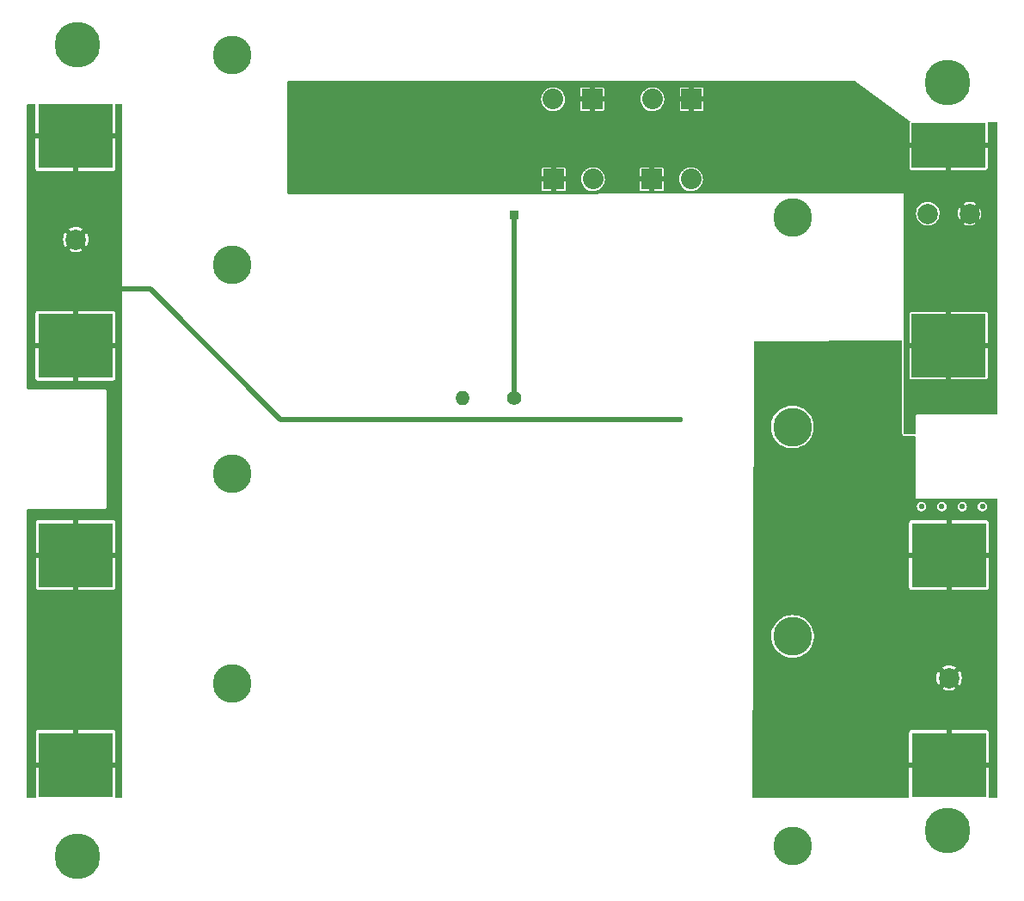
<source format=gbl>
G04 #@! TF.GenerationSoftware,KiCad,Pcbnew,(6.0.5-0)*
G04 #@! TF.CreationDate,2023-03-07T01:11:42-05:00*
G04 #@! TF.ProjectId,batteryboard,62617474-6572-4796-926f-6172642e6b69,rev?*
G04 #@! TF.SameCoordinates,Original*
G04 #@! TF.FileFunction,Copper,L2,Bot*
G04 #@! TF.FilePolarity,Positive*
%FSLAX46Y46*%
G04 Gerber Fmt 4.6, Leading zero omitted, Abs format (unit mm)*
G04 Created by KiCad (PCBNEW (6.0.5-0)) date 2023-03-07 01:11:42*
%MOMM*%
%LPD*%
G01*
G04 APERTURE LIST*
G04 #@! TA.AperFunction,ComponentPad*
%ADD10C,2.000000*%
G04 #@! TD*
G04 #@! TA.AperFunction,ComponentPad*
%ADD11R,2.032000X2.032000*%
G04 #@! TD*
G04 #@! TA.AperFunction,ComponentPad*
%ADD12C,2.032000*%
G04 #@! TD*
G04 #@! TA.AperFunction,ComponentPad*
%ADD13R,0.850000X0.850000*%
G04 #@! TD*
G04 #@! TA.AperFunction,ComponentPad*
%ADD14C,1.400000*%
G04 #@! TD*
G04 #@! TA.AperFunction,ComponentPad*
%ADD15O,1.400000X1.400000*%
G04 #@! TD*
G04 #@! TA.AperFunction,ComponentPad*
%ADD16C,4.500000*%
G04 #@! TD*
G04 #@! TA.AperFunction,WasherPad*
%ADD17C,3.800000*%
G04 #@! TD*
G04 #@! TA.AperFunction,SMDPad,CuDef*
%ADD18R,7.340000X6.350000*%
G04 #@! TD*
G04 #@! TA.AperFunction,SMDPad,CuDef*
%ADD19R,7.340000X4.500000*%
G04 #@! TD*
G04 #@! TA.AperFunction,ViaPad*
%ADD20C,0.584200*%
G04 #@! TD*
G04 #@! TA.AperFunction,Conductor*
%ADD21C,0.508000*%
G04 #@! TD*
G04 APERTURE END LIST*
D10*
X144145000Y-121285000D03*
X58166000Y-78105000D03*
X142062200Y-75565000D03*
X146177000Y-75565000D03*
D11*
X109016800Y-64300000D03*
D12*
X105161200Y-64300000D03*
D11*
X105232200Y-72174000D03*
D12*
X109087800Y-72174000D03*
D11*
X118795800Y-64300000D03*
D12*
X114940200Y-64300000D03*
D11*
X114884200Y-72174000D03*
D12*
X118739800Y-72174000D03*
D13*
X101346000Y-75692000D03*
D14*
X101346000Y-93726000D03*
D15*
X96266000Y-93726000D03*
D16*
X144005300Y-136349900D03*
X58280300Y-58889900D03*
X58280300Y-138889900D03*
X144005300Y-62689900D03*
D17*
X128717400Y-96569800D03*
X73517400Y-80569800D03*
D18*
X58117400Y-88569800D03*
X144117400Y-88569800D03*
D17*
X73542800Y-121844800D03*
X128742800Y-137844800D03*
D18*
X144142800Y-129844800D03*
X58142800Y-129844800D03*
D17*
X128742800Y-117194600D03*
X73542800Y-101194600D03*
D18*
X144142800Y-109194600D03*
X58142800Y-109194600D03*
D17*
X73517400Y-59919600D03*
X128717400Y-75919600D03*
D18*
X58117400Y-67919600D03*
D19*
X144117400Y-68844600D03*
D20*
X143256000Y-129794000D03*
X146558000Y-129794000D03*
X145034000Y-129794000D03*
X141732000Y-129794000D03*
X146558000Y-132080000D03*
X141732000Y-132080000D03*
X143256000Y-132080000D03*
X145034000Y-132080000D03*
X131826000Y-90678000D03*
X132588000Y-90678000D03*
X131064000Y-90678000D03*
X131826000Y-91567000D03*
X131064000Y-91567000D03*
X132588000Y-91567000D03*
X141732000Y-127508000D03*
X131064000Y-89789000D03*
X132588000Y-89789000D03*
X146558000Y-127508000D03*
X143256000Y-127508000D03*
X131826000Y-89789000D03*
X145034000Y-127508000D03*
X54864000Y-119380000D03*
X58420000Y-119380000D03*
X56642000Y-119380000D03*
X60198000Y-119380000D03*
X60198000Y-120904000D03*
X58420000Y-120904000D03*
X54864000Y-120904000D03*
X56642000Y-120904000D03*
X58420000Y-117856000D03*
X117665498Y-95821500D03*
X54864000Y-117856000D03*
X56642000Y-117856000D03*
X60198000Y-117856000D03*
X140843000Y-94742000D03*
X143002000Y-94742000D03*
X145288000Y-94742000D03*
X147447000Y-94742000D03*
X145447000Y-104397000D03*
X141447000Y-104397000D03*
X143447000Y-104397000D03*
X147447000Y-104397000D03*
X143002000Y-93345000D03*
X147447000Y-93345000D03*
X80100000Y-73000000D03*
X140843000Y-93345000D03*
X145288000Y-93345000D03*
X87500000Y-73000000D03*
D21*
X78321500Y-95821500D02*
X65500000Y-83000000D01*
X65500000Y-83000000D02*
X58000000Y-83000000D01*
X117665498Y-95821500D02*
X78321500Y-95821500D01*
X101346000Y-76625000D02*
X101346000Y-93726000D01*
X101346000Y-75692000D02*
X101346000Y-76625000D01*
G04 #@! TA.AperFunction,Conductor*
G36*
X134893784Y-62495399D02*
G01*
X140291396Y-66423833D01*
X140320125Y-66466502D01*
X140314706Y-66517656D01*
X140309670Y-66526414D01*
X140307958Y-66528977D01*
X140302397Y-66542402D01*
X140295721Y-66575963D01*
X140295000Y-66583284D01*
X140295000Y-68577341D01*
X140298697Y-68587498D01*
X140304069Y-68590600D01*
X147926541Y-68590600D01*
X147936698Y-68586903D01*
X147939800Y-68581531D01*
X147939800Y-66623200D01*
X147957393Y-66574862D01*
X148001942Y-66549142D01*
X148015000Y-66548000D01*
X148857200Y-66548000D01*
X148905538Y-66565593D01*
X148931258Y-66610142D01*
X148932400Y-66623200D01*
X148932400Y-95271900D01*
X148914807Y-95320238D01*
X148870258Y-95345958D01*
X148857200Y-95347100D01*
X141030032Y-95347100D01*
X141010569Y-95344538D01*
X141000000Y-95341706D01*
X140990438Y-95344268D01*
X140979869Y-95347100D01*
X140930414Y-95360351D01*
X140930413Y-95360351D01*
X140920853Y-95362913D01*
X140862913Y-95420853D01*
X140841706Y-95500000D01*
X140844268Y-95509561D01*
X140844538Y-95510569D01*
X140847100Y-95530032D01*
X140847100Y-97206800D01*
X140829507Y-97255138D01*
X140784958Y-97280858D01*
X140771900Y-97282000D01*
X139769530Y-97282000D01*
X139721192Y-97264407D01*
X139695472Y-97219858D01*
X139694330Y-97206801D01*
X139694313Y-95530032D01*
X139694273Y-91756116D01*
X140295000Y-91756116D01*
X140295721Y-91763437D01*
X140302397Y-91796998D01*
X140307958Y-91810423D01*
X140333414Y-91848520D01*
X140343680Y-91858786D01*
X140381777Y-91884242D01*
X140395202Y-91889803D01*
X140428763Y-91896479D01*
X140436084Y-91897200D01*
X143850141Y-91897200D01*
X143860298Y-91893503D01*
X143863400Y-91888131D01*
X143863400Y-91883941D01*
X144371400Y-91883941D01*
X144375097Y-91894098D01*
X144380469Y-91897200D01*
X147798716Y-91897200D01*
X147806037Y-91896479D01*
X147839598Y-91889803D01*
X147853023Y-91884242D01*
X147891120Y-91858786D01*
X147901386Y-91848520D01*
X147926842Y-91810423D01*
X147932403Y-91796998D01*
X147939079Y-91763437D01*
X147939800Y-91756116D01*
X147939800Y-88837059D01*
X147936103Y-88826902D01*
X147930731Y-88823800D01*
X144384659Y-88823800D01*
X144374502Y-88827497D01*
X144371400Y-88832869D01*
X144371400Y-91883941D01*
X143863400Y-91883941D01*
X143863400Y-88837059D01*
X143859703Y-88826902D01*
X143854331Y-88823800D01*
X140308259Y-88823800D01*
X140298102Y-88827497D01*
X140295000Y-88832869D01*
X140295000Y-91756116D01*
X139694273Y-91756116D01*
X139694237Y-88302541D01*
X140295000Y-88302541D01*
X140298697Y-88312698D01*
X140304069Y-88315800D01*
X143850141Y-88315800D01*
X143860298Y-88312103D01*
X143863400Y-88306731D01*
X143863400Y-88302541D01*
X144371400Y-88302541D01*
X144375097Y-88312698D01*
X144380469Y-88315800D01*
X147926541Y-88315800D01*
X147936698Y-88312103D01*
X147939800Y-88306731D01*
X147939800Y-85383484D01*
X147939079Y-85376163D01*
X147932403Y-85342602D01*
X147926842Y-85329177D01*
X147901386Y-85291080D01*
X147891120Y-85280814D01*
X147853023Y-85255358D01*
X147839598Y-85249797D01*
X147806037Y-85243121D01*
X147798716Y-85242400D01*
X144384659Y-85242400D01*
X144374502Y-85246097D01*
X144371400Y-85251469D01*
X144371400Y-88302541D01*
X143863400Y-88302541D01*
X143863400Y-85255659D01*
X143859703Y-85245502D01*
X143854331Y-85242400D01*
X140436084Y-85242400D01*
X140428763Y-85243121D01*
X140395202Y-85249797D01*
X140381777Y-85255358D01*
X140343680Y-85280814D01*
X140333414Y-85291080D01*
X140307958Y-85329177D01*
X140302397Y-85342602D01*
X140295721Y-85376163D01*
X140295000Y-85383484D01*
X140295000Y-88302541D01*
X139694237Y-88302541D01*
X139694102Y-75534691D01*
X140904758Y-75534691D01*
X140904983Y-75538125D01*
X140904983Y-75538128D01*
X140906772Y-75565422D01*
X140918616Y-75746126D01*
X140970773Y-75951495D01*
X140972218Y-75954629D01*
X141054014Y-76132057D01*
X141059482Y-76143919D01*
X141181772Y-76316956D01*
X141333548Y-76464810D01*
X141336408Y-76466721D01*
X141506866Y-76580618D01*
X141506871Y-76580621D01*
X141509727Y-76582529D01*
X141512889Y-76583888D01*
X141512890Y-76583888D01*
X141701239Y-76664809D01*
X141701244Y-76664811D01*
X141704408Y-76666170D01*
X141707764Y-76666929D01*
X141707769Y-76666931D01*
X141907712Y-76712174D01*
X141907715Y-76712174D01*
X141911072Y-76712934D01*
X142023156Y-76717337D01*
X142119353Y-76721117D01*
X142119356Y-76721117D01*
X142122797Y-76721252D01*
X142126202Y-76720758D01*
X142126207Y-76720758D01*
X142276827Y-76698919D01*
X142332492Y-76690848D01*
X142409201Y-76664809D01*
X142529873Y-76623847D01*
X142529876Y-76623845D01*
X142533136Y-76622739D01*
X142680527Y-76540195D01*
X145566245Y-76540195D01*
X145567145Y-76543553D01*
X145567254Y-76543659D01*
X145621902Y-76580174D01*
X145627932Y-76583448D01*
X145816197Y-76664333D01*
X145822723Y-76666453D01*
X146022574Y-76711675D01*
X146029384Y-76712571D01*
X146234126Y-76720616D01*
X146240980Y-76720257D01*
X146443760Y-76690855D01*
X146450445Y-76689250D01*
X146644468Y-76623388D01*
X146650736Y-76620597D01*
X146781889Y-76547148D01*
X146788946Y-76538959D01*
X146788970Y-76537076D01*
X146787458Y-76534668D01*
X146186377Y-75933587D01*
X146176578Y-75929018D01*
X146170587Y-75930623D01*
X145570814Y-76530396D01*
X145566245Y-76540195D01*
X142680527Y-76540195D01*
X142682734Y-76538959D01*
X142715002Y-76520888D01*
X142715003Y-76520887D01*
X142718007Y-76519205D01*
X142880916Y-76383716D01*
X143016405Y-76220807D01*
X143119939Y-76035936D01*
X143121117Y-76032468D01*
X143186938Y-75838562D01*
X143188048Y-75835292D01*
X143218452Y-75625597D01*
X143220039Y-75565000D01*
X143219178Y-75555623D01*
X143217572Y-75538141D01*
X145020285Y-75538141D01*
X145033687Y-75742608D01*
X145034761Y-75749388D01*
X145085197Y-75947984D01*
X145087491Y-75954461D01*
X145173274Y-76140538D01*
X145176704Y-76146479D01*
X145193733Y-76170575D01*
X145202615Y-76176736D01*
X145206402Y-76176388D01*
X145808413Y-75574377D01*
X145812588Y-75565422D01*
X146541018Y-75565422D01*
X146542623Y-75571413D01*
X147143292Y-76172082D01*
X147153091Y-76176651D01*
X147154908Y-76176164D01*
X147156815Y-76174056D01*
X147232597Y-76038736D01*
X147235388Y-76032468D01*
X147301250Y-75838445D01*
X147302855Y-75831760D01*
X147332434Y-75627755D01*
X147332809Y-75623359D01*
X147334279Y-75567217D01*
X147334135Y-75562798D01*
X147315272Y-75357525D01*
X147314021Y-75350773D01*
X147258402Y-75153564D01*
X147255943Y-75147157D01*
X147165319Y-74963389D01*
X147161881Y-74957779D01*
X147152907Y-74951895D01*
X147148833Y-74952377D01*
X146545587Y-75555623D01*
X146541018Y-75565422D01*
X145812588Y-75565422D01*
X145812982Y-75564578D01*
X145811377Y-75558587D01*
X145209231Y-74956441D01*
X145199432Y-74951872D01*
X145198133Y-74952220D01*
X145195671Y-74955015D01*
X145109363Y-75119059D01*
X145106740Y-75125391D01*
X145045975Y-75321087D01*
X145044549Y-75327797D01*
X145020465Y-75531285D01*
X145020285Y-75538141D01*
X143217572Y-75538141D01*
X143211760Y-75474900D01*
X143200651Y-75354001D01*
X143143136Y-75150068D01*
X143127750Y-75118867D01*
X143050945Y-74963124D01*
X143049420Y-74960031D01*
X142922642Y-74790254D01*
X142767048Y-74646425D01*
X142741909Y-74630563D01*
X142680476Y-74591802D01*
X145565978Y-74591802D01*
X145566009Y-74594220D01*
X145567068Y-74595858D01*
X146167623Y-75196413D01*
X146177422Y-75200982D01*
X146183413Y-75199377D01*
X146782908Y-74599882D01*
X146787477Y-74590083D01*
X146786714Y-74587235D01*
X146785953Y-74586510D01*
X146705332Y-74535643D01*
X146699218Y-74532528D01*
X146508910Y-74456602D01*
X146502315Y-74454648D01*
X146301358Y-74414676D01*
X146294529Y-74413958D01*
X146089639Y-74411276D01*
X146082801Y-74411814D01*
X145880851Y-74446515D01*
X145874229Y-74448290D01*
X145681988Y-74519212D01*
X145675790Y-74522169D01*
X145572817Y-74583431D01*
X145565978Y-74591802D01*
X142680476Y-74591802D01*
X142587848Y-74533358D01*
X142449967Y-74478349D01*
X142394253Y-74456121D01*
X142394250Y-74456120D01*
X142391044Y-74454841D01*
X142387663Y-74454168D01*
X142387658Y-74454167D01*
X142186610Y-74414177D01*
X142186611Y-74414177D01*
X142183227Y-74413504D01*
X142048139Y-74411735D01*
X141974799Y-74410775D01*
X141974798Y-74410775D01*
X141971357Y-74410730D01*
X141967965Y-74411313D01*
X141967963Y-74411313D01*
X141765921Y-74446030D01*
X141765919Y-74446030D01*
X141762529Y-74446613D01*
X141563737Y-74519952D01*
X141381639Y-74628289D01*
X141379046Y-74630563D01*
X141279326Y-74718015D01*
X141222333Y-74767996D01*
X141091155Y-74934396D01*
X141089552Y-74937444D01*
X141089550Y-74937446D01*
X141076040Y-74963124D01*
X140992496Y-75121914D01*
X140929663Y-75324272D01*
X140904758Y-75534691D01*
X139694102Y-75534691D01*
X139694081Y-73564205D01*
X79147709Y-73614885D01*
X79079015Y-73614942D01*
X79030663Y-73597389D01*
X79004905Y-73552862D01*
X79003752Y-73539740D01*
X79003760Y-73201316D01*
X104063800Y-73201316D01*
X104064521Y-73208637D01*
X104071197Y-73242198D01*
X104076758Y-73255623D01*
X104102214Y-73293720D01*
X104112480Y-73303986D01*
X104150577Y-73329442D01*
X104164002Y-73335003D01*
X104197563Y-73341679D01*
X104204884Y-73342400D01*
X104964941Y-73342400D01*
X104975098Y-73338703D01*
X104978200Y-73333331D01*
X104978200Y-73329141D01*
X105486200Y-73329141D01*
X105489897Y-73339298D01*
X105495269Y-73342400D01*
X106259516Y-73342400D01*
X106266837Y-73341679D01*
X106300398Y-73335003D01*
X106313823Y-73329442D01*
X106351920Y-73303986D01*
X106362186Y-73293720D01*
X106387642Y-73255623D01*
X106393203Y-73242198D01*
X106399879Y-73208637D01*
X106400600Y-73201316D01*
X106400600Y-72441259D01*
X106396903Y-72431102D01*
X106391531Y-72428000D01*
X105499459Y-72428000D01*
X105489302Y-72431697D01*
X105486200Y-72437069D01*
X105486200Y-73329141D01*
X104978200Y-73329141D01*
X104978200Y-72441259D01*
X104974503Y-72431102D01*
X104969131Y-72428000D01*
X104077059Y-72428000D01*
X104066902Y-72431697D01*
X104063800Y-72437069D01*
X104063800Y-73201316D01*
X79003760Y-73201316D01*
X79003784Y-72143271D01*
X107914294Y-72143271D01*
X107928345Y-72357640D01*
X107981226Y-72565859D01*
X108071166Y-72760954D01*
X108073162Y-72763778D01*
X108193163Y-72933577D01*
X108193166Y-72933581D01*
X108195153Y-72936392D01*
X108349036Y-73086298D01*
X108527660Y-73205650D01*
X108612727Y-73242198D01*
X108721876Y-73289093D01*
X108721878Y-73289094D01*
X108725042Y-73290453D01*
X108934574Y-73337865D01*
X109058396Y-73342730D01*
X109145794Y-73346164D01*
X109145797Y-73346164D01*
X109149238Y-73346299D01*
X109152643Y-73345805D01*
X109152648Y-73345805D01*
X109305218Y-73323683D01*
X109361843Y-73315473D01*
X109365113Y-73314363D01*
X109562008Y-73247526D01*
X109562011Y-73247525D01*
X109565271Y-73246418D01*
X109645807Y-73201316D01*
X113715800Y-73201316D01*
X113716521Y-73208637D01*
X113723197Y-73242198D01*
X113728758Y-73255623D01*
X113754214Y-73293720D01*
X113764480Y-73303986D01*
X113802577Y-73329442D01*
X113816002Y-73335003D01*
X113849563Y-73341679D01*
X113856884Y-73342400D01*
X114616941Y-73342400D01*
X114627098Y-73338703D01*
X114630200Y-73333331D01*
X114630200Y-73329141D01*
X115138200Y-73329141D01*
X115141897Y-73339298D01*
X115147269Y-73342400D01*
X115911516Y-73342400D01*
X115918837Y-73341679D01*
X115952398Y-73335003D01*
X115965823Y-73329442D01*
X116003920Y-73303986D01*
X116014186Y-73293720D01*
X116039642Y-73255623D01*
X116045203Y-73242198D01*
X116051879Y-73208637D01*
X116052600Y-73201316D01*
X116052600Y-72441259D01*
X116048903Y-72431102D01*
X116043531Y-72428000D01*
X115151459Y-72428000D01*
X115141302Y-72431697D01*
X115138200Y-72437069D01*
X115138200Y-73329141D01*
X114630200Y-73329141D01*
X114630200Y-72441259D01*
X114626503Y-72431102D01*
X114621131Y-72428000D01*
X113729059Y-72428000D01*
X113718902Y-72431697D01*
X113715800Y-72437069D01*
X113715800Y-73201316D01*
X109645807Y-73201316D01*
X109752709Y-73141448D01*
X109917878Y-73004078D01*
X110055248Y-72838909D01*
X110160218Y-72651471D01*
X110190415Y-72562516D01*
X110228163Y-72451313D01*
X110229273Y-72448043D01*
X110260099Y-72235438D01*
X110261708Y-72174000D01*
X110258885Y-72143271D01*
X117566294Y-72143271D01*
X117580345Y-72357640D01*
X117633226Y-72565859D01*
X117723166Y-72760954D01*
X117725162Y-72763778D01*
X117845163Y-72933577D01*
X117845166Y-72933581D01*
X117847153Y-72936392D01*
X118001036Y-73086298D01*
X118179660Y-73205650D01*
X118264727Y-73242198D01*
X118373876Y-73289093D01*
X118373878Y-73289094D01*
X118377042Y-73290453D01*
X118586574Y-73337865D01*
X118710396Y-73342730D01*
X118797794Y-73346164D01*
X118797797Y-73346164D01*
X118801238Y-73346299D01*
X118804643Y-73345805D01*
X118804648Y-73345805D01*
X118957218Y-73323683D01*
X119013843Y-73315473D01*
X119017113Y-73314363D01*
X119214008Y-73247526D01*
X119214011Y-73247525D01*
X119217271Y-73246418D01*
X119404709Y-73141448D01*
X119569878Y-73004078D01*
X119707248Y-72838909D01*
X119812218Y-72651471D01*
X119842415Y-72562516D01*
X119880163Y-72451313D01*
X119881273Y-72448043D01*
X119912099Y-72235438D01*
X119913708Y-72174000D01*
X119910885Y-72143271D01*
X119894366Y-71963505D01*
X119894051Y-71960072D01*
X119835738Y-71753309D01*
X119740721Y-71560635D01*
X119612184Y-71388502D01*
X119454430Y-71242676D01*
X119425287Y-71224288D01*
X119275654Y-71129876D01*
X119275648Y-71129873D01*
X119272743Y-71128040D01*
X119217288Y-71105916D01*
X140295000Y-71105916D01*
X140295721Y-71113237D01*
X140302397Y-71146798D01*
X140307958Y-71160223D01*
X140333414Y-71198320D01*
X140343680Y-71208586D01*
X140381777Y-71234042D01*
X140395202Y-71239603D01*
X140428763Y-71246279D01*
X140436084Y-71247000D01*
X143850141Y-71247000D01*
X143860298Y-71243303D01*
X143863400Y-71237931D01*
X143863400Y-71233741D01*
X144371400Y-71233741D01*
X144375097Y-71243898D01*
X144380469Y-71247000D01*
X147798716Y-71247000D01*
X147806037Y-71246279D01*
X147839598Y-71239603D01*
X147853023Y-71234042D01*
X147891120Y-71208586D01*
X147901386Y-71198320D01*
X147926842Y-71160223D01*
X147932403Y-71146798D01*
X147939079Y-71113237D01*
X147939800Y-71105916D01*
X147939800Y-69111859D01*
X147936103Y-69101702D01*
X147930731Y-69098600D01*
X144384659Y-69098600D01*
X144374502Y-69102297D01*
X144371400Y-69107669D01*
X144371400Y-71233741D01*
X143863400Y-71233741D01*
X143863400Y-69111859D01*
X143859703Y-69101702D01*
X143854331Y-69098600D01*
X140308259Y-69098600D01*
X140298102Y-69102297D01*
X140295000Y-69107669D01*
X140295000Y-71105916D01*
X119217288Y-71105916D01*
X119073208Y-71048434D01*
X118862507Y-71006523D01*
X118732542Y-71004822D01*
X118651139Y-71003756D01*
X118651138Y-71003756D01*
X118647696Y-71003711D01*
X118644305Y-71004294D01*
X118644301Y-71004294D01*
X118439362Y-71039509D01*
X118439360Y-71039509D01*
X118435970Y-71040092D01*
X118234420Y-71114448D01*
X118049794Y-71224288D01*
X118047205Y-71226559D01*
X118047203Y-71226560D01*
X118024718Y-71246279D01*
X117888277Y-71365935D01*
X117886143Y-71368641D01*
X117886141Y-71368644D01*
X117868308Y-71391266D01*
X117755278Y-71534644D01*
X117655250Y-71724765D01*
X117654230Y-71728050D01*
X117594629Y-71920000D01*
X117591545Y-71929931D01*
X117591140Y-71933351D01*
X117591140Y-71933352D01*
X117587571Y-71963505D01*
X117566294Y-72143271D01*
X110258885Y-72143271D01*
X110242366Y-71963505D01*
X110242051Y-71960072D01*
X110227010Y-71906741D01*
X113715800Y-71906741D01*
X113719497Y-71916898D01*
X113724869Y-71920000D01*
X114616941Y-71920000D01*
X114627098Y-71916303D01*
X114630200Y-71910931D01*
X114630200Y-71906741D01*
X115138200Y-71906741D01*
X115141897Y-71916898D01*
X115147269Y-71920000D01*
X116039341Y-71920000D01*
X116049498Y-71916303D01*
X116052600Y-71910931D01*
X116052600Y-71146684D01*
X116051879Y-71139363D01*
X116045203Y-71105802D01*
X116039642Y-71092377D01*
X116014186Y-71054280D01*
X116003920Y-71044014D01*
X115965823Y-71018558D01*
X115952398Y-71012997D01*
X115918837Y-71006321D01*
X115911516Y-71005600D01*
X115151459Y-71005600D01*
X115141302Y-71009297D01*
X115138200Y-71014669D01*
X115138200Y-71906741D01*
X114630200Y-71906741D01*
X114630200Y-71018859D01*
X114626503Y-71008702D01*
X114621131Y-71005600D01*
X113856884Y-71005600D01*
X113849563Y-71006321D01*
X113816002Y-71012997D01*
X113802577Y-71018558D01*
X113764480Y-71044014D01*
X113754214Y-71054280D01*
X113728758Y-71092377D01*
X113723197Y-71105802D01*
X113716521Y-71139363D01*
X113715800Y-71146684D01*
X113715800Y-71906741D01*
X110227010Y-71906741D01*
X110183738Y-71753309D01*
X110088721Y-71560635D01*
X109960184Y-71388502D01*
X109802430Y-71242676D01*
X109773287Y-71224288D01*
X109623654Y-71129876D01*
X109623648Y-71129873D01*
X109620743Y-71128040D01*
X109421208Y-71048434D01*
X109210507Y-71006523D01*
X109080542Y-71004822D01*
X108999139Y-71003756D01*
X108999138Y-71003756D01*
X108995696Y-71003711D01*
X108992305Y-71004294D01*
X108992301Y-71004294D01*
X108787362Y-71039509D01*
X108787360Y-71039509D01*
X108783970Y-71040092D01*
X108582420Y-71114448D01*
X108397794Y-71224288D01*
X108395205Y-71226559D01*
X108395203Y-71226560D01*
X108372718Y-71246279D01*
X108236277Y-71365935D01*
X108234143Y-71368641D01*
X108234141Y-71368644D01*
X108216308Y-71391266D01*
X108103278Y-71534644D01*
X108003250Y-71724765D01*
X108002230Y-71728050D01*
X107942629Y-71920000D01*
X107939545Y-71929931D01*
X107939140Y-71933351D01*
X107939140Y-71933352D01*
X107935571Y-71963505D01*
X107914294Y-72143271D01*
X79003784Y-72143271D01*
X79003789Y-71906741D01*
X104063800Y-71906741D01*
X104067497Y-71916898D01*
X104072869Y-71920000D01*
X104964941Y-71920000D01*
X104975098Y-71916303D01*
X104978200Y-71910931D01*
X104978200Y-71906741D01*
X105486200Y-71906741D01*
X105489897Y-71916898D01*
X105495269Y-71920000D01*
X106387341Y-71920000D01*
X106397498Y-71916303D01*
X106400600Y-71910931D01*
X106400600Y-71146684D01*
X106399879Y-71139363D01*
X106393203Y-71105802D01*
X106387642Y-71092377D01*
X106362186Y-71054280D01*
X106351920Y-71044014D01*
X106313823Y-71018558D01*
X106300398Y-71012997D01*
X106266837Y-71006321D01*
X106259516Y-71005600D01*
X105499459Y-71005600D01*
X105489302Y-71009297D01*
X105486200Y-71014669D01*
X105486200Y-71906741D01*
X104978200Y-71906741D01*
X104978200Y-71018859D01*
X104974503Y-71008702D01*
X104969131Y-71005600D01*
X104204884Y-71005600D01*
X104197563Y-71006321D01*
X104164002Y-71012997D01*
X104150577Y-71018558D01*
X104112480Y-71044014D01*
X104102214Y-71054280D01*
X104076758Y-71092377D01*
X104071197Y-71105802D01*
X104064521Y-71139363D01*
X104063800Y-71146684D01*
X104063800Y-71906741D01*
X79003789Y-71906741D01*
X79003909Y-66517656D01*
X79003960Y-64269271D01*
X103987694Y-64269271D01*
X104001745Y-64483640D01*
X104054626Y-64691859D01*
X104144566Y-64886954D01*
X104146562Y-64889778D01*
X104266563Y-65059577D01*
X104266566Y-65059581D01*
X104268553Y-65062392D01*
X104422436Y-65212298D01*
X104601060Y-65331650D01*
X104686127Y-65368198D01*
X104795276Y-65415093D01*
X104795278Y-65415094D01*
X104798442Y-65416453D01*
X105007974Y-65463865D01*
X105131796Y-65468730D01*
X105219194Y-65472164D01*
X105219197Y-65472164D01*
X105222638Y-65472299D01*
X105226043Y-65471805D01*
X105226048Y-65471805D01*
X105378618Y-65449683D01*
X105435243Y-65441473D01*
X105438513Y-65440363D01*
X105635408Y-65373526D01*
X105635411Y-65373525D01*
X105638671Y-65372418D01*
X105719207Y-65327316D01*
X107848400Y-65327316D01*
X107849121Y-65334637D01*
X107855797Y-65368198D01*
X107861358Y-65381623D01*
X107886814Y-65419720D01*
X107897080Y-65429986D01*
X107935177Y-65455442D01*
X107948602Y-65461003D01*
X107982163Y-65467679D01*
X107989484Y-65468400D01*
X108749541Y-65468400D01*
X108759698Y-65464703D01*
X108762800Y-65459331D01*
X108762800Y-65455141D01*
X109270800Y-65455141D01*
X109274497Y-65465298D01*
X109279869Y-65468400D01*
X110044116Y-65468400D01*
X110051437Y-65467679D01*
X110084998Y-65461003D01*
X110098423Y-65455442D01*
X110136520Y-65429986D01*
X110146786Y-65419720D01*
X110172242Y-65381623D01*
X110177803Y-65368198D01*
X110184479Y-65334637D01*
X110185200Y-65327316D01*
X110185200Y-64567259D01*
X110181503Y-64557102D01*
X110176131Y-64554000D01*
X109284059Y-64554000D01*
X109273902Y-64557697D01*
X109270800Y-64563069D01*
X109270800Y-65455141D01*
X108762800Y-65455141D01*
X108762800Y-64567259D01*
X108759103Y-64557102D01*
X108753731Y-64554000D01*
X107861659Y-64554000D01*
X107851502Y-64557697D01*
X107848400Y-64563069D01*
X107848400Y-65327316D01*
X105719207Y-65327316D01*
X105826109Y-65267448D01*
X105991278Y-65130078D01*
X106128648Y-64964909D01*
X106233618Y-64777471D01*
X106252195Y-64722747D01*
X106301563Y-64577313D01*
X106302673Y-64574043D01*
X106333499Y-64361438D01*
X106334112Y-64338051D01*
X106335050Y-64302217D01*
X106335050Y-64302216D01*
X106335108Y-64300000D01*
X106332285Y-64269271D01*
X113766694Y-64269271D01*
X113780745Y-64483640D01*
X113833626Y-64691859D01*
X113923566Y-64886954D01*
X113925562Y-64889778D01*
X114045563Y-65059577D01*
X114045566Y-65059581D01*
X114047553Y-65062392D01*
X114201436Y-65212298D01*
X114380060Y-65331650D01*
X114465127Y-65368198D01*
X114574276Y-65415093D01*
X114574278Y-65415094D01*
X114577442Y-65416453D01*
X114786974Y-65463865D01*
X114910796Y-65468730D01*
X114998194Y-65472164D01*
X114998197Y-65472164D01*
X115001638Y-65472299D01*
X115005043Y-65471805D01*
X115005048Y-65471805D01*
X115157618Y-65449683D01*
X115214243Y-65441473D01*
X115217513Y-65440363D01*
X115414408Y-65373526D01*
X115414411Y-65373525D01*
X115417671Y-65372418D01*
X115498207Y-65327316D01*
X117627400Y-65327316D01*
X117628121Y-65334637D01*
X117634797Y-65368198D01*
X117640358Y-65381623D01*
X117665814Y-65419720D01*
X117676080Y-65429986D01*
X117714177Y-65455442D01*
X117727602Y-65461003D01*
X117761163Y-65467679D01*
X117768484Y-65468400D01*
X118528541Y-65468400D01*
X118538698Y-65464703D01*
X118541800Y-65459331D01*
X118541800Y-65455141D01*
X119049800Y-65455141D01*
X119053497Y-65465298D01*
X119058869Y-65468400D01*
X119823116Y-65468400D01*
X119830437Y-65467679D01*
X119863998Y-65461003D01*
X119877423Y-65455442D01*
X119915520Y-65429986D01*
X119925786Y-65419720D01*
X119951242Y-65381623D01*
X119956803Y-65368198D01*
X119963479Y-65334637D01*
X119964200Y-65327316D01*
X119964200Y-64567259D01*
X119960503Y-64557102D01*
X119955131Y-64554000D01*
X119063059Y-64554000D01*
X119052902Y-64557697D01*
X119049800Y-64563069D01*
X119049800Y-65455141D01*
X118541800Y-65455141D01*
X118541800Y-64567259D01*
X118538103Y-64557102D01*
X118532731Y-64554000D01*
X117640659Y-64554000D01*
X117630502Y-64557697D01*
X117627400Y-64563069D01*
X117627400Y-65327316D01*
X115498207Y-65327316D01*
X115605109Y-65267448D01*
X115770278Y-65130078D01*
X115907648Y-64964909D01*
X116012618Y-64777471D01*
X116031195Y-64722747D01*
X116080563Y-64577313D01*
X116081673Y-64574043D01*
X116112499Y-64361438D01*
X116113112Y-64338051D01*
X116114050Y-64302217D01*
X116114050Y-64302216D01*
X116114108Y-64300000D01*
X116111285Y-64269271D01*
X116105711Y-64208610D01*
X116094451Y-64086072D01*
X116079410Y-64032741D01*
X117627400Y-64032741D01*
X117631097Y-64042898D01*
X117636469Y-64046000D01*
X118528541Y-64046000D01*
X118538698Y-64042303D01*
X118541800Y-64036931D01*
X118541800Y-64032741D01*
X119049800Y-64032741D01*
X119053497Y-64042898D01*
X119058869Y-64046000D01*
X119950941Y-64046000D01*
X119961098Y-64042303D01*
X119964200Y-64036931D01*
X119964200Y-63272684D01*
X119963479Y-63265363D01*
X119956803Y-63231802D01*
X119951242Y-63218377D01*
X119925786Y-63180280D01*
X119915520Y-63170014D01*
X119877423Y-63144558D01*
X119863998Y-63138997D01*
X119830437Y-63132321D01*
X119823116Y-63131600D01*
X119063059Y-63131600D01*
X119052902Y-63135297D01*
X119049800Y-63140669D01*
X119049800Y-64032741D01*
X118541800Y-64032741D01*
X118541800Y-63144859D01*
X118538103Y-63134702D01*
X118532731Y-63131600D01*
X117768484Y-63131600D01*
X117761163Y-63132321D01*
X117727602Y-63138997D01*
X117714177Y-63144558D01*
X117676080Y-63170014D01*
X117665814Y-63180280D01*
X117640358Y-63218377D01*
X117634797Y-63231802D01*
X117628121Y-63265363D01*
X117627400Y-63272684D01*
X117627400Y-64032741D01*
X116079410Y-64032741D01*
X116036138Y-63879309D01*
X115941121Y-63686635D01*
X115812584Y-63514502D01*
X115654830Y-63368676D01*
X115625687Y-63350288D01*
X115476054Y-63255876D01*
X115476048Y-63255873D01*
X115473143Y-63254040D01*
X115273608Y-63174434D01*
X115062907Y-63132523D01*
X114932942Y-63130822D01*
X114851539Y-63129756D01*
X114851538Y-63129756D01*
X114848096Y-63129711D01*
X114844705Y-63130294D01*
X114844701Y-63130294D01*
X114639762Y-63165509D01*
X114639760Y-63165509D01*
X114636370Y-63166092D01*
X114434820Y-63240448D01*
X114250194Y-63350288D01*
X114247605Y-63352559D01*
X114247603Y-63352560D01*
X114091272Y-63489659D01*
X114088677Y-63491935D01*
X114086543Y-63494641D01*
X114086541Y-63494644D01*
X114068708Y-63517266D01*
X113955678Y-63660644D01*
X113855650Y-63850765D01*
X113854630Y-63854050D01*
X113795029Y-64046000D01*
X113791945Y-64055931D01*
X113791540Y-64059351D01*
X113791540Y-64059352D01*
X113787971Y-64089505D01*
X113766694Y-64269271D01*
X106332285Y-64269271D01*
X106326711Y-64208610D01*
X106315451Y-64086072D01*
X106300410Y-64032741D01*
X107848400Y-64032741D01*
X107852097Y-64042898D01*
X107857469Y-64046000D01*
X108749541Y-64046000D01*
X108759698Y-64042303D01*
X108762800Y-64036931D01*
X108762800Y-64032741D01*
X109270800Y-64032741D01*
X109274497Y-64042898D01*
X109279869Y-64046000D01*
X110171941Y-64046000D01*
X110182098Y-64042303D01*
X110185200Y-64036931D01*
X110185200Y-63272684D01*
X110184479Y-63265363D01*
X110177803Y-63231802D01*
X110172242Y-63218377D01*
X110146786Y-63180280D01*
X110136520Y-63170014D01*
X110098423Y-63144558D01*
X110084998Y-63138997D01*
X110051437Y-63132321D01*
X110044116Y-63131600D01*
X109284059Y-63131600D01*
X109273902Y-63135297D01*
X109270800Y-63140669D01*
X109270800Y-64032741D01*
X108762800Y-64032741D01*
X108762800Y-63144859D01*
X108759103Y-63134702D01*
X108753731Y-63131600D01*
X107989484Y-63131600D01*
X107982163Y-63132321D01*
X107948602Y-63138997D01*
X107935177Y-63144558D01*
X107897080Y-63170014D01*
X107886814Y-63180280D01*
X107861358Y-63218377D01*
X107855797Y-63231802D01*
X107849121Y-63265363D01*
X107848400Y-63272684D01*
X107848400Y-64032741D01*
X106300410Y-64032741D01*
X106257138Y-63879309D01*
X106162121Y-63686635D01*
X106033584Y-63514502D01*
X105875830Y-63368676D01*
X105846687Y-63350288D01*
X105697054Y-63255876D01*
X105697048Y-63255873D01*
X105694143Y-63254040D01*
X105494608Y-63174434D01*
X105283907Y-63132523D01*
X105153942Y-63130822D01*
X105072539Y-63129756D01*
X105072538Y-63129756D01*
X105069096Y-63129711D01*
X105065705Y-63130294D01*
X105065701Y-63130294D01*
X104860762Y-63165509D01*
X104860760Y-63165509D01*
X104857370Y-63166092D01*
X104655820Y-63240448D01*
X104471194Y-63350288D01*
X104468605Y-63352559D01*
X104468603Y-63352560D01*
X104312272Y-63489659D01*
X104309677Y-63491935D01*
X104307543Y-63494641D01*
X104307541Y-63494644D01*
X104289708Y-63517266D01*
X104176678Y-63660644D01*
X104076650Y-63850765D01*
X104075630Y-63854050D01*
X104016029Y-64046000D01*
X104012945Y-64055931D01*
X104012540Y-64059351D01*
X104012540Y-64059352D01*
X104008971Y-64089505D01*
X103987694Y-64269271D01*
X79003960Y-64269271D01*
X79003998Y-62556197D01*
X79021593Y-62507861D01*
X79066141Y-62482142D01*
X79079198Y-62481000D01*
X134849532Y-62481000D01*
X134893784Y-62495399D01*
G37*
G04 #@! TD.AperFunction*
G04 #@! TA.AperFunction,Conductor*
G36*
X139509169Y-88079062D02*
G01*
X139535123Y-88123474D01*
X139536335Y-88136921D01*
X139536336Y-88212487D01*
X139536337Y-88302543D01*
X139536373Y-91756118D01*
X139536413Y-95530034D01*
X139536430Y-97206803D01*
X139537031Y-97220559D01*
X139538173Y-97233616D01*
X139558726Y-97298807D01*
X139584446Y-97343356D01*
X139600235Y-97365904D01*
X139667189Y-97412785D01*
X139671817Y-97414469D01*
X139671820Y-97414471D01*
X139693151Y-97422234D01*
X139715527Y-97430378D01*
X139718758Y-97430948D01*
X139718759Y-97430948D01*
X139766300Y-97439331D01*
X139766306Y-97439332D01*
X139769530Y-97439900D01*
X140771900Y-97439900D01*
X140820238Y-97457493D01*
X140845958Y-97502042D01*
X140847100Y-97515100D01*
X140847100Y-103469968D01*
X140844538Y-103489430D01*
X140841706Y-103500000D01*
X140847100Y-103520131D01*
X140862913Y-103579147D01*
X140920853Y-103637087D01*
X140930413Y-103639649D01*
X140930414Y-103639649D01*
X140990438Y-103655732D01*
X141000000Y-103658294D01*
X141010570Y-103655462D01*
X141030032Y-103652900D01*
X148857200Y-103652900D01*
X148905538Y-103670493D01*
X148931258Y-103715042D01*
X148932400Y-103728100D01*
X148932400Y-133020800D01*
X148914807Y-133069138D01*
X148870258Y-133094858D01*
X148857200Y-133096000D01*
X148142000Y-133096000D01*
X148093662Y-133078407D01*
X148067942Y-133033858D01*
X148066800Y-133020800D01*
X148066800Y-130112059D01*
X148063103Y-130101902D01*
X148057731Y-130098800D01*
X140232060Y-130098800D01*
X140221903Y-130102497D01*
X140218801Y-130107869D01*
X140218801Y-133020800D01*
X140201208Y-133069138D01*
X140156659Y-133094858D01*
X140143601Y-133096000D01*
X124853019Y-133096000D01*
X124804681Y-133078407D01*
X124778961Y-133033858D01*
X124777820Y-133020481D01*
X124792409Y-129577541D01*
X140218800Y-129577541D01*
X140222497Y-129587698D01*
X140227869Y-129590800D01*
X143875541Y-129590800D01*
X143885698Y-129587103D01*
X143888800Y-129581731D01*
X143888800Y-129577541D01*
X144396800Y-129577541D01*
X144400497Y-129587698D01*
X144405869Y-129590800D01*
X148053540Y-129590800D01*
X148063697Y-129587103D01*
X148066799Y-129581731D01*
X148066799Y-126648481D01*
X148066077Y-126641156D01*
X148053508Y-126577960D01*
X148047948Y-126564536D01*
X148000036Y-126492830D01*
X147989770Y-126482564D01*
X147918062Y-126434651D01*
X147904643Y-126429092D01*
X147841442Y-126416521D01*
X147834121Y-126415800D01*
X144410059Y-126415800D01*
X144399902Y-126419497D01*
X144396800Y-126424869D01*
X144396800Y-129577541D01*
X143888800Y-129577541D01*
X143888800Y-126429060D01*
X143885103Y-126418903D01*
X143879731Y-126415801D01*
X140451481Y-126415801D01*
X140444156Y-126416523D01*
X140380960Y-126429092D01*
X140367536Y-126434652D01*
X140295830Y-126482564D01*
X140285564Y-126492830D01*
X140237651Y-126564538D01*
X140232092Y-126577957D01*
X140219521Y-126641158D01*
X140218800Y-126648479D01*
X140218800Y-129577541D01*
X124792409Y-129577541D01*
X124805176Y-126564536D01*
X124823103Y-122333749D01*
X143460691Y-122333749D01*
X143461662Y-122337373D01*
X143512918Y-122373263D01*
X143518580Y-122376531D01*
X143711489Y-122466487D01*
X143717640Y-122468726D01*
X143923242Y-122523816D01*
X143929684Y-122524952D01*
X144141731Y-122543504D01*
X144148269Y-122543504D01*
X144360316Y-122524952D01*
X144366758Y-122523816D01*
X144572360Y-122468726D01*
X144578511Y-122466487D01*
X144771420Y-122376531D01*
X144777082Y-122373263D01*
X144823255Y-122340932D01*
X144829455Y-122332078D01*
X144829128Y-122328338D01*
X144154377Y-121653587D01*
X144144578Y-121649018D01*
X144138587Y-121650623D01*
X143465260Y-122323950D01*
X143460691Y-122333749D01*
X124823103Y-122333749D01*
X124827533Y-121288269D01*
X142886496Y-121288269D01*
X142905048Y-121500316D01*
X142906184Y-121506758D01*
X142961274Y-121712360D01*
X142963513Y-121718511D01*
X143053469Y-121911420D01*
X143056737Y-121917082D01*
X143089068Y-121963255D01*
X143097922Y-121969455D01*
X143101662Y-121969128D01*
X143776413Y-121294377D01*
X143780588Y-121285422D01*
X144509018Y-121285422D01*
X144510623Y-121291413D01*
X145183950Y-121964740D01*
X145193749Y-121969309D01*
X145197373Y-121968338D01*
X145233263Y-121917082D01*
X145236531Y-121911420D01*
X145326487Y-121718511D01*
X145328726Y-121712360D01*
X145383816Y-121506758D01*
X145384952Y-121500316D01*
X145403504Y-121288269D01*
X145403504Y-121281731D01*
X145384952Y-121069684D01*
X145383816Y-121063242D01*
X145328726Y-120857640D01*
X145326487Y-120851489D01*
X145236531Y-120658580D01*
X145233263Y-120652918D01*
X145200932Y-120606745D01*
X145192078Y-120600545D01*
X145188338Y-120600872D01*
X144513587Y-121275623D01*
X144509018Y-121285422D01*
X143780588Y-121285422D01*
X143780982Y-121284578D01*
X143779377Y-121278587D01*
X143106050Y-120605260D01*
X143096251Y-120600691D01*
X143092627Y-120601662D01*
X143056737Y-120652918D01*
X143053469Y-120658580D01*
X142963513Y-120851489D01*
X142961274Y-120857640D01*
X142906184Y-121063242D01*
X142905048Y-121069684D01*
X142886496Y-121281731D01*
X142886496Y-121288269D01*
X124827533Y-121288269D01*
X124831984Y-120237922D01*
X143460545Y-120237922D01*
X143460872Y-120241662D01*
X144135623Y-120916413D01*
X144145422Y-120920982D01*
X144151413Y-120919377D01*
X144824740Y-120246050D01*
X144829309Y-120236251D01*
X144828338Y-120232627D01*
X144777082Y-120196737D01*
X144771420Y-120193469D01*
X144578511Y-120103513D01*
X144572360Y-120101274D01*
X144366758Y-120046184D01*
X144360316Y-120045048D01*
X144148269Y-120026496D01*
X144141731Y-120026496D01*
X143929684Y-120045048D01*
X143923242Y-120046184D01*
X143717640Y-120101274D01*
X143711489Y-120103513D01*
X143518580Y-120193469D01*
X143512918Y-120196737D01*
X143466745Y-120229068D01*
X143460545Y-120237922D01*
X124831984Y-120237922D01*
X124844319Y-117326800D01*
X126641547Y-117326800D01*
X126678929Y-117610749D01*
X126679601Y-117613207D01*
X126679602Y-117613210D01*
X126685507Y-117634793D01*
X126754502Y-117886998D01*
X126866868Y-118150435D01*
X127013946Y-118396185D01*
X127193015Y-118619700D01*
X127400762Y-118816845D01*
X127633343Y-118983971D01*
X127740361Y-119040634D01*
X127884182Y-119116784D01*
X127884187Y-119116786D01*
X127886453Y-119117986D01*
X128155410Y-119216410D01*
X128362862Y-119261642D01*
X128432731Y-119276876D01*
X128432734Y-119276876D01*
X128435236Y-119277422D01*
X128559944Y-119287237D01*
X128658375Y-119294984D01*
X128658383Y-119294984D01*
X128659853Y-119295100D01*
X128814792Y-119295100D01*
X129028537Y-119280528D01*
X129031042Y-119280009D01*
X129031044Y-119280009D01*
X129129865Y-119259544D01*
X129308986Y-119222450D01*
X129324503Y-119216955D01*
X129576547Y-119127702D01*
X129576550Y-119127701D01*
X129578958Y-119126848D01*
X129833458Y-118995491D01*
X129851977Y-118982476D01*
X130065674Y-118832286D01*
X130067776Y-118830809D01*
X130277576Y-118635851D01*
X130289354Y-118621462D01*
X130457358Y-118416201D01*
X130458977Y-118414223D01*
X130608620Y-118170027D01*
X130616259Y-118152625D01*
X130722709Y-117910127D01*
X130722711Y-117910122D01*
X130723738Y-117907782D01*
X130802200Y-117632339D01*
X130842554Y-117348796D01*
X130844053Y-117062400D01*
X130806671Y-116778451D01*
X130805998Y-116775990D01*
X130731774Y-116504672D01*
X130731773Y-116504668D01*
X130731098Y-116502202D01*
X130618732Y-116238765D01*
X130471654Y-115993015D01*
X130292585Y-115769500D01*
X130084838Y-115572355D01*
X129852257Y-115405229D01*
X129745239Y-115348566D01*
X129601418Y-115272416D01*
X129601413Y-115272414D01*
X129599147Y-115271214D01*
X129330190Y-115172790D01*
X129122738Y-115127558D01*
X129052869Y-115112324D01*
X129052866Y-115112324D01*
X129050364Y-115111778D01*
X128925656Y-115101963D01*
X128827225Y-115094216D01*
X128827217Y-115094216D01*
X128825747Y-115094100D01*
X128670808Y-115094100D01*
X128457063Y-115108672D01*
X128454558Y-115109191D01*
X128454556Y-115109191D01*
X128355735Y-115129656D01*
X128176614Y-115166750D01*
X128174208Y-115167602D01*
X127909053Y-115261498D01*
X127909050Y-115261499D01*
X127906642Y-115262352D01*
X127652142Y-115393709D01*
X127650045Y-115395183D01*
X127650043Y-115395184D01*
X127558881Y-115459254D01*
X127417824Y-115558391D01*
X127208024Y-115753349D01*
X127206402Y-115755331D01*
X127206398Y-115755335D01*
X127193168Y-115771499D01*
X127026623Y-115974977D01*
X126876980Y-116219173D01*
X126875955Y-116221509D01*
X126875953Y-116221512D01*
X126868380Y-116238765D01*
X126761862Y-116481418D01*
X126683400Y-116756861D01*
X126643046Y-117040404D01*
X126641547Y-117326800D01*
X124844319Y-117326800D01*
X124865234Y-112390919D01*
X140218801Y-112390919D01*
X140219523Y-112398244D01*
X140232092Y-112461440D01*
X140237652Y-112474864D01*
X140285564Y-112546570D01*
X140295830Y-112556836D01*
X140367538Y-112604749D01*
X140380957Y-112610308D01*
X140444158Y-112622879D01*
X140451479Y-112623600D01*
X143875541Y-112623600D01*
X143885698Y-112619903D01*
X143888800Y-112614531D01*
X143888800Y-112610340D01*
X144396800Y-112610340D01*
X144400497Y-112620497D01*
X144405869Y-112623599D01*
X147834119Y-112623599D01*
X147841444Y-112622877D01*
X147904640Y-112610308D01*
X147918064Y-112604748D01*
X147989770Y-112556836D01*
X148000036Y-112546570D01*
X148047949Y-112474862D01*
X148053508Y-112461443D01*
X148066079Y-112398242D01*
X148066800Y-112390921D01*
X148066800Y-109461859D01*
X148063103Y-109451702D01*
X148057731Y-109448600D01*
X144410059Y-109448600D01*
X144399902Y-109452297D01*
X144396800Y-109457669D01*
X144396800Y-112610340D01*
X143888800Y-112610340D01*
X143888800Y-109461859D01*
X143885103Y-109451702D01*
X143879731Y-109448600D01*
X140232060Y-109448600D01*
X140221903Y-109452297D01*
X140218801Y-109457669D01*
X140218801Y-112390919D01*
X124865234Y-112390919D01*
X124879910Y-108927341D01*
X140218800Y-108927341D01*
X140222497Y-108937498D01*
X140227869Y-108940600D01*
X143875541Y-108940600D01*
X143885698Y-108936903D01*
X143888800Y-108931531D01*
X143888800Y-108927341D01*
X144396800Y-108927341D01*
X144400497Y-108937498D01*
X144405869Y-108940600D01*
X148053540Y-108940600D01*
X148063697Y-108936903D01*
X148066799Y-108931531D01*
X148066799Y-105998281D01*
X148066077Y-105990956D01*
X148053508Y-105927760D01*
X148047948Y-105914336D01*
X148000036Y-105842630D01*
X147989770Y-105832364D01*
X147918062Y-105784451D01*
X147904643Y-105778892D01*
X147841442Y-105766321D01*
X147834121Y-105765600D01*
X144410059Y-105765600D01*
X144399902Y-105769297D01*
X144396800Y-105774669D01*
X144396800Y-108927341D01*
X143888800Y-108927341D01*
X143888800Y-105778860D01*
X143885103Y-105768703D01*
X143879731Y-105765601D01*
X140451481Y-105765601D01*
X140444156Y-105766323D01*
X140380960Y-105778892D01*
X140367536Y-105784452D01*
X140295830Y-105832364D01*
X140285564Y-105842630D01*
X140237651Y-105914338D01*
X140232092Y-105927757D01*
X140219521Y-105990958D01*
X140218800Y-105998279D01*
X140218800Y-108927341D01*
X124879910Y-108927341D01*
X124899130Y-104391310D01*
X140981294Y-104391310D01*
X140998416Y-104522247D01*
X141051599Y-104643115D01*
X141055044Y-104647213D01*
X141055045Y-104647215D01*
X141066978Y-104661411D01*
X141136569Y-104744199D01*
X141141028Y-104747167D01*
X141141029Y-104747168D01*
X141242032Y-104814402D01*
X141242035Y-104814403D01*
X141246493Y-104817371D01*
X141372537Y-104856750D01*
X141440463Y-104857995D01*
X141499204Y-104859072D01*
X141499206Y-104859072D01*
X141504566Y-104859170D01*
X141509737Y-104857760D01*
X141509739Y-104857760D01*
X141577543Y-104839274D01*
X141631968Y-104824436D01*
X141680680Y-104794527D01*
X141739931Y-104758147D01*
X141739934Y-104758145D01*
X141744500Y-104755341D01*
X141833117Y-104657439D01*
X141890694Y-104538601D01*
X141912602Y-104408379D01*
X141912741Y-104397000D01*
X141911926Y-104391310D01*
X142981294Y-104391310D01*
X142998416Y-104522247D01*
X143051599Y-104643115D01*
X143055044Y-104647213D01*
X143055045Y-104647215D01*
X143066978Y-104661411D01*
X143136569Y-104744199D01*
X143141028Y-104747167D01*
X143141029Y-104747168D01*
X143242032Y-104814402D01*
X143242035Y-104814403D01*
X143246493Y-104817371D01*
X143372537Y-104856750D01*
X143440463Y-104857995D01*
X143499204Y-104859072D01*
X143499206Y-104859072D01*
X143504566Y-104859170D01*
X143509737Y-104857760D01*
X143509739Y-104857760D01*
X143577543Y-104839274D01*
X143631968Y-104824436D01*
X143680680Y-104794527D01*
X143739931Y-104758147D01*
X143739934Y-104758145D01*
X143744500Y-104755341D01*
X143833117Y-104657439D01*
X143890694Y-104538601D01*
X143912602Y-104408379D01*
X143912741Y-104397000D01*
X143911926Y-104391310D01*
X144981294Y-104391310D01*
X144998416Y-104522247D01*
X145051599Y-104643115D01*
X145055044Y-104647213D01*
X145055045Y-104647215D01*
X145066978Y-104661411D01*
X145136569Y-104744199D01*
X145141028Y-104747167D01*
X145141029Y-104747168D01*
X145242032Y-104814402D01*
X145242035Y-104814403D01*
X145246493Y-104817371D01*
X145372537Y-104856750D01*
X145440463Y-104857995D01*
X145499204Y-104859072D01*
X145499206Y-104859072D01*
X145504566Y-104859170D01*
X145509737Y-104857760D01*
X145509739Y-104857760D01*
X145577543Y-104839274D01*
X145631968Y-104824436D01*
X145680680Y-104794527D01*
X145739931Y-104758147D01*
X145739934Y-104758145D01*
X145744500Y-104755341D01*
X145833117Y-104657439D01*
X145890694Y-104538601D01*
X145912602Y-104408379D01*
X145912741Y-104397000D01*
X145911926Y-104391310D01*
X146981294Y-104391310D01*
X146998416Y-104522247D01*
X147051599Y-104643115D01*
X147055044Y-104647213D01*
X147055045Y-104647215D01*
X147066978Y-104661411D01*
X147136569Y-104744199D01*
X147141028Y-104747167D01*
X147141029Y-104747168D01*
X147242032Y-104814402D01*
X147242035Y-104814403D01*
X147246493Y-104817371D01*
X147372537Y-104856750D01*
X147440463Y-104857995D01*
X147499204Y-104859072D01*
X147499206Y-104859072D01*
X147504566Y-104859170D01*
X147509737Y-104857760D01*
X147509739Y-104857760D01*
X147577543Y-104839274D01*
X147631968Y-104824436D01*
X147680680Y-104794527D01*
X147739931Y-104758147D01*
X147739934Y-104758145D01*
X147744500Y-104755341D01*
X147833117Y-104657439D01*
X147890694Y-104538601D01*
X147912602Y-104408379D01*
X147912741Y-104397000D01*
X147894021Y-104266282D01*
X147839365Y-104146072D01*
X147835252Y-104141298D01*
X147756661Y-104050090D01*
X147753167Y-104046035D01*
X147748676Y-104043124D01*
X147646849Y-103977123D01*
X147646848Y-103977122D01*
X147642356Y-103974211D01*
X147598559Y-103961113D01*
X147520975Y-103937910D01*
X147520972Y-103937910D01*
X147515841Y-103936375D01*
X147510486Y-103936342D01*
X147510484Y-103936342D01*
X147451201Y-103935980D01*
X147383792Y-103935568D01*
X147256824Y-103971856D01*
X147252294Y-103974714D01*
X147252292Y-103974715D01*
X147248476Y-103977123D01*
X147145144Y-104042320D01*
X147057730Y-104141298D01*
X147001610Y-104260831D01*
X146981294Y-104391310D01*
X145911926Y-104391310D01*
X145894021Y-104266282D01*
X145839365Y-104146072D01*
X145835252Y-104141298D01*
X145756661Y-104050090D01*
X145753167Y-104046035D01*
X145748676Y-104043124D01*
X145646849Y-103977123D01*
X145646848Y-103977122D01*
X145642356Y-103974211D01*
X145598559Y-103961113D01*
X145520975Y-103937910D01*
X145520972Y-103937910D01*
X145515841Y-103936375D01*
X145510486Y-103936342D01*
X145510484Y-103936342D01*
X145451201Y-103935980D01*
X145383792Y-103935568D01*
X145256824Y-103971856D01*
X145252294Y-103974714D01*
X145252292Y-103974715D01*
X145248476Y-103977123D01*
X145145144Y-104042320D01*
X145057730Y-104141298D01*
X145001610Y-104260831D01*
X144981294Y-104391310D01*
X143911926Y-104391310D01*
X143894021Y-104266282D01*
X143839365Y-104146072D01*
X143835252Y-104141298D01*
X143756661Y-104050090D01*
X143753167Y-104046035D01*
X143748676Y-104043124D01*
X143646849Y-103977123D01*
X143646848Y-103977122D01*
X143642356Y-103974211D01*
X143598559Y-103961113D01*
X143520975Y-103937910D01*
X143520972Y-103937910D01*
X143515841Y-103936375D01*
X143510486Y-103936342D01*
X143510484Y-103936342D01*
X143451201Y-103935980D01*
X143383792Y-103935568D01*
X143256824Y-103971856D01*
X143252294Y-103974714D01*
X143252292Y-103974715D01*
X143248476Y-103977123D01*
X143145144Y-104042320D01*
X143057730Y-104141298D01*
X143001610Y-104260831D01*
X142981294Y-104391310D01*
X141911926Y-104391310D01*
X141894021Y-104266282D01*
X141839365Y-104146072D01*
X141835252Y-104141298D01*
X141756661Y-104050090D01*
X141753167Y-104046035D01*
X141748676Y-104043124D01*
X141646849Y-103977123D01*
X141646848Y-103977122D01*
X141642356Y-103974211D01*
X141598559Y-103961113D01*
X141520975Y-103937910D01*
X141520972Y-103937910D01*
X141515841Y-103936375D01*
X141510486Y-103936342D01*
X141510484Y-103936342D01*
X141451201Y-103935980D01*
X141383792Y-103935568D01*
X141256824Y-103971856D01*
X141252294Y-103974714D01*
X141252292Y-103974715D01*
X141248476Y-103977123D01*
X141145144Y-104042320D01*
X141057730Y-104141298D01*
X141001610Y-104260831D01*
X140981294Y-104391310D01*
X124899130Y-104391310D01*
X124931712Y-96702000D01*
X126616147Y-96702000D01*
X126653529Y-96985949D01*
X126654201Y-96988407D01*
X126654202Y-96988410D01*
X126717930Y-97221359D01*
X126729102Y-97262198D01*
X126786415Y-97396565D01*
X126831405Y-97502042D01*
X126841468Y-97525635D01*
X126988546Y-97771385D01*
X127167615Y-97994900D01*
X127375362Y-98192045D01*
X127607943Y-98359171D01*
X127714961Y-98415834D01*
X127858782Y-98491984D01*
X127858787Y-98491986D01*
X127861053Y-98493186D01*
X128130010Y-98591610D01*
X128337462Y-98636842D01*
X128407331Y-98652076D01*
X128407334Y-98652076D01*
X128409836Y-98652622D01*
X128534544Y-98662437D01*
X128632975Y-98670184D01*
X128632983Y-98670184D01*
X128634453Y-98670300D01*
X128789392Y-98670300D01*
X129003137Y-98655728D01*
X129005642Y-98655209D01*
X129005644Y-98655209D01*
X129104465Y-98634744D01*
X129283586Y-98597650D01*
X129299103Y-98592155D01*
X129551147Y-98502902D01*
X129551150Y-98502901D01*
X129553558Y-98502048D01*
X129808058Y-98370691D01*
X129826577Y-98357676D01*
X130040274Y-98207486D01*
X130042376Y-98206009D01*
X130252176Y-98011051D01*
X130263954Y-97996662D01*
X130431958Y-97791401D01*
X130433577Y-97789423D01*
X130583220Y-97545227D01*
X130590859Y-97527825D01*
X130697309Y-97285327D01*
X130697311Y-97285322D01*
X130698338Y-97282982D01*
X130776800Y-97007539D01*
X130817154Y-96723996D01*
X130818653Y-96437600D01*
X130781271Y-96153651D01*
X130780598Y-96151190D01*
X130706374Y-95879872D01*
X130706373Y-95879868D01*
X130705698Y-95877402D01*
X130612240Y-95658294D01*
X130594333Y-95616311D01*
X130594331Y-95616307D01*
X130593332Y-95613965D01*
X130446254Y-95368215D01*
X130267185Y-95144700D01*
X130059438Y-94947555D01*
X129826857Y-94780429D01*
X129719839Y-94723766D01*
X129576018Y-94647616D01*
X129576013Y-94647614D01*
X129573747Y-94646414D01*
X129304790Y-94547990D01*
X129097338Y-94502758D01*
X129027469Y-94487524D01*
X129027466Y-94487524D01*
X129024964Y-94486978D01*
X128900256Y-94477163D01*
X128801825Y-94469416D01*
X128801817Y-94469416D01*
X128800347Y-94469300D01*
X128645408Y-94469300D01*
X128431663Y-94483872D01*
X128429158Y-94484391D01*
X128429156Y-94484391D01*
X128330335Y-94504856D01*
X128151214Y-94541950D01*
X128148808Y-94542802D01*
X127883653Y-94636698D01*
X127883650Y-94636699D01*
X127881242Y-94637552D01*
X127626742Y-94768909D01*
X127624645Y-94770383D01*
X127624643Y-94770384D01*
X127533481Y-94834454D01*
X127392424Y-94933591D01*
X127182624Y-95128549D01*
X127181002Y-95130531D01*
X127180998Y-95130535D01*
X127167768Y-95146699D01*
X127001223Y-95350177D01*
X126851580Y-95594373D01*
X126850555Y-95596709D01*
X126850553Y-95596712D01*
X126823521Y-95658294D01*
X126736462Y-95856618D01*
X126658000Y-96132061D01*
X126617646Y-96415604D01*
X126616147Y-96702000D01*
X124931712Y-96702000D01*
X124967684Y-88212487D01*
X124985482Y-88164226D01*
X125030139Y-88138695D01*
X125042487Y-88137608D01*
X139460739Y-88061723D01*
X139509169Y-88079062D01*
G37*
G04 #@! TD.AperFunction*
G04 #@! TA.AperFunction,Conductor*
G36*
X54166538Y-64787593D02*
G01*
X54192258Y-64832142D01*
X54193400Y-64845200D01*
X54193400Y-67652341D01*
X54197097Y-67662498D01*
X54202469Y-67665600D01*
X62028140Y-67665600D01*
X62038297Y-67661903D01*
X62041399Y-67656531D01*
X62041399Y-64845200D01*
X62058992Y-64796862D01*
X62103541Y-64771142D01*
X62116599Y-64770000D01*
X62662800Y-64770000D01*
X62711138Y-64787593D01*
X62736858Y-64832142D01*
X62738000Y-64845200D01*
X62738000Y-133007044D01*
X62720407Y-133055382D01*
X62675858Y-133081102D01*
X62662800Y-133082244D01*
X62142000Y-133082244D01*
X62093662Y-133064651D01*
X62067942Y-133020102D01*
X62066800Y-133007044D01*
X62066800Y-130112059D01*
X62063103Y-130101902D01*
X62057731Y-130098800D01*
X54232060Y-130098800D01*
X54221903Y-130102497D01*
X54218801Y-130107869D01*
X54218801Y-133007044D01*
X54201208Y-133055382D01*
X54156659Y-133081102D01*
X54143601Y-133082244D01*
X53428400Y-133082244D01*
X53380062Y-133064651D01*
X53354342Y-133020102D01*
X53353200Y-133007044D01*
X53353200Y-129577541D01*
X54218800Y-129577541D01*
X54222497Y-129587698D01*
X54227869Y-129590800D01*
X57875541Y-129590800D01*
X57885698Y-129587103D01*
X57888800Y-129581731D01*
X57888800Y-129577541D01*
X58396800Y-129577541D01*
X58400497Y-129587698D01*
X58405869Y-129590800D01*
X62053540Y-129590800D01*
X62063697Y-129587103D01*
X62066799Y-129581731D01*
X62066799Y-126648481D01*
X62066077Y-126641156D01*
X62053508Y-126577960D01*
X62047948Y-126564536D01*
X62000036Y-126492830D01*
X61989770Y-126482564D01*
X61918062Y-126434651D01*
X61904643Y-126429092D01*
X61841442Y-126416521D01*
X61834121Y-126415800D01*
X58410059Y-126415800D01*
X58399902Y-126419497D01*
X58396800Y-126424869D01*
X58396800Y-129577541D01*
X57888800Y-129577541D01*
X57888800Y-126429060D01*
X57885103Y-126418903D01*
X57879731Y-126415801D01*
X54451481Y-126415801D01*
X54444156Y-126416523D01*
X54380960Y-126429092D01*
X54367536Y-126434652D01*
X54295830Y-126482564D01*
X54285564Y-126492830D01*
X54237651Y-126564538D01*
X54232092Y-126577957D01*
X54219521Y-126641158D01*
X54218800Y-126648479D01*
X54218800Y-129577541D01*
X53353200Y-129577541D01*
X53353200Y-112390919D01*
X54218801Y-112390919D01*
X54219523Y-112398244D01*
X54232092Y-112461440D01*
X54237652Y-112474864D01*
X54285564Y-112546570D01*
X54295830Y-112556836D01*
X54367538Y-112604749D01*
X54380957Y-112610308D01*
X54444158Y-112622879D01*
X54451479Y-112623600D01*
X57875541Y-112623600D01*
X57885698Y-112619903D01*
X57888800Y-112614531D01*
X57888800Y-112610340D01*
X58396800Y-112610340D01*
X58400497Y-112620497D01*
X58405869Y-112623599D01*
X61834119Y-112623599D01*
X61841444Y-112622877D01*
X61904640Y-112610308D01*
X61918064Y-112604748D01*
X61989770Y-112556836D01*
X62000036Y-112546570D01*
X62047949Y-112474862D01*
X62053508Y-112461443D01*
X62066079Y-112398242D01*
X62066800Y-112390921D01*
X62066800Y-109461859D01*
X62063103Y-109451702D01*
X62057731Y-109448600D01*
X58410059Y-109448600D01*
X58399902Y-109452297D01*
X58396800Y-109457669D01*
X58396800Y-112610340D01*
X57888800Y-112610340D01*
X57888800Y-109461859D01*
X57885103Y-109451702D01*
X57879731Y-109448600D01*
X54232060Y-109448600D01*
X54221903Y-109452297D01*
X54218801Y-109457669D01*
X54218801Y-112390919D01*
X53353200Y-112390919D01*
X53353200Y-108927341D01*
X54218800Y-108927341D01*
X54222497Y-108937498D01*
X54227869Y-108940600D01*
X57875541Y-108940600D01*
X57885698Y-108936903D01*
X57888800Y-108931531D01*
X57888800Y-108927341D01*
X58396800Y-108927341D01*
X58400497Y-108937498D01*
X58405869Y-108940600D01*
X62053540Y-108940600D01*
X62063697Y-108936903D01*
X62066799Y-108931531D01*
X62066799Y-105998281D01*
X62066077Y-105990956D01*
X62053508Y-105927760D01*
X62047948Y-105914336D01*
X62000036Y-105842630D01*
X61989770Y-105832364D01*
X61918062Y-105784451D01*
X61904643Y-105778892D01*
X61841442Y-105766321D01*
X61834121Y-105765600D01*
X58410059Y-105765600D01*
X58399902Y-105769297D01*
X58396800Y-105774669D01*
X58396800Y-108927341D01*
X57888800Y-108927341D01*
X57888800Y-105778860D01*
X57885103Y-105768703D01*
X57879731Y-105765601D01*
X54451481Y-105765601D01*
X54444156Y-105766323D01*
X54380960Y-105778892D01*
X54367536Y-105784452D01*
X54295830Y-105832364D01*
X54285564Y-105842630D01*
X54237651Y-105914338D01*
X54232092Y-105927757D01*
X54219521Y-105990958D01*
X54218800Y-105998279D01*
X54218800Y-108927341D01*
X53353200Y-108927341D01*
X53353200Y-104728100D01*
X53370793Y-104679762D01*
X53415342Y-104654042D01*
X53428400Y-104652900D01*
X60969968Y-104652900D01*
X60989430Y-104655462D01*
X61000000Y-104658294D01*
X61010570Y-104655462D01*
X61020131Y-104652900D01*
X61069586Y-104639649D01*
X61069587Y-104639649D01*
X61079147Y-104637087D01*
X61137087Y-104579147D01*
X61158294Y-104500000D01*
X61155462Y-104489430D01*
X61152900Y-104469968D01*
X61152900Y-93030032D01*
X61155462Y-93010569D01*
X61155732Y-93009561D01*
X61158294Y-93000000D01*
X61137087Y-92920853D01*
X61079147Y-92862913D01*
X61069587Y-92860351D01*
X61069586Y-92860351D01*
X61020131Y-92847100D01*
X61009562Y-92844268D01*
X61000000Y-92841706D01*
X60989431Y-92844538D01*
X60969968Y-92847100D01*
X53428400Y-92847100D01*
X53380062Y-92829507D01*
X53354342Y-92784958D01*
X53353200Y-92771900D01*
X53353200Y-91766119D01*
X54193401Y-91766119D01*
X54194123Y-91773444D01*
X54206692Y-91836640D01*
X54212252Y-91850064D01*
X54260164Y-91921770D01*
X54270430Y-91932036D01*
X54342138Y-91979949D01*
X54355557Y-91985508D01*
X54418758Y-91998079D01*
X54426079Y-91998800D01*
X57850141Y-91998800D01*
X57860298Y-91995103D01*
X57863400Y-91989731D01*
X57863400Y-91985540D01*
X58371400Y-91985540D01*
X58375097Y-91995697D01*
X58380469Y-91998799D01*
X61808719Y-91998799D01*
X61816044Y-91998077D01*
X61879240Y-91985508D01*
X61892664Y-91979948D01*
X61964370Y-91932036D01*
X61974636Y-91921770D01*
X62022549Y-91850062D01*
X62028108Y-91836643D01*
X62040679Y-91773442D01*
X62041400Y-91766121D01*
X62041400Y-88837059D01*
X62037703Y-88826902D01*
X62032331Y-88823800D01*
X58384659Y-88823800D01*
X58374502Y-88827497D01*
X58371400Y-88832869D01*
X58371400Y-91985540D01*
X57863400Y-91985540D01*
X57863400Y-88837059D01*
X57859703Y-88826902D01*
X57854331Y-88823800D01*
X54206660Y-88823800D01*
X54196503Y-88827497D01*
X54193401Y-88832869D01*
X54193401Y-91766119D01*
X53353200Y-91766119D01*
X53353200Y-88302541D01*
X54193400Y-88302541D01*
X54197097Y-88312698D01*
X54202469Y-88315800D01*
X57850141Y-88315800D01*
X57860298Y-88312103D01*
X57863400Y-88306731D01*
X57863400Y-88302541D01*
X58371400Y-88302541D01*
X58375097Y-88312698D01*
X58380469Y-88315800D01*
X62028140Y-88315800D01*
X62038297Y-88312103D01*
X62041399Y-88306731D01*
X62041399Y-85373481D01*
X62040677Y-85366156D01*
X62028108Y-85302960D01*
X62022548Y-85289536D01*
X61974636Y-85217830D01*
X61964370Y-85207564D01*
X61892662Y-85159651D01*
X61879243Y-85154092D01*
X61816042Y-85141521D01*
X61808721Y-85140800D01*
X58384659Y-85140800D01*
X58374502Y-85144497D01*
X58371400Y-85149869D01*
X58371400Y-88302541D01*
X57863400Y-88302541D01*
X57863400Y-85154060D01*
X57859703Y-85143903D01*
X57854331Y-85140801D01*
X54426081Y-85140801D01*
X54418756Y-85141523D01*
X54355560Y-85154092D01*
X54342136Y-85159652D01*
X54270430Y-85207564D01*
X54260164Y-85217830D01*
X54212251Y-85289538D01*
X54206692Y-85302957D01*
X54194121Y-85366158D01*
X54193400Y-85373479D01*
X54193400Y-88302541D01*
X53353200Y-88302541D01*
X53353200Y-79153749D01*
X57481691Y-79153749D01*
X57482662Y-79157373D01*
X57533918Y-79193263D01*
X57539580Y-79196531D01*
X57732489Y-79286487D01*
X57738640Y-79288726D01*
X57944242Y-79343816D01*
X57950684Y-79344952D01*
X58162731Y-79363504D01*
X58169269Y-79363504D01*
X58381316Y-79344952D01*
X58387758Y-79343816D01*
X58593360Y-79288726D01*
X58599511Y-79286487D01*
X58792420Y-79196531D01*
X58798082Y-79193263D01*
X58844255Y-79160932D01*
X58850455Y-79152078D01*
X58850128Y-79148338D01*
X58175377Y-78473587D01*
X58165578Y-78469018D01*
X58159587Y-78470623D01*
X57486260Y-79143950D01*
X57481691Y-79153749D01*
X53353200Y-79153749D01*
X53353200Y-78108269D01*
X56907496Y-78108269D01*
X56926048Y-78320316D01*
X56927184Y-78326758D01*
X56982274Y-78532360D01*
X56984513Y-78538511D01*
X57074469Y-78731420D01*
X57077737Y-78737082D01*
X57110068Y-78783255D01*
X57118922Y-78789455D01*
X57122662Y-78789128D01*
X57797413Y-78114377D01*
X57801588Y-78105422D01*
X58530018Y-78105422D01*
X58531623Y-78111413D01*
X59204950Y-78784740D01*
X59214749Y-78789309D01*
X59218373Y-78788338D01*
X59254263Y-78737082D01*
X59257531Y-78731420D01*
X59347487Y-78538511D01*
X59349726Y-78532360D01*
X59404816Y-78326758D01*
X59405952Y-78320316D01*
X59424504Y-78108269D01*
X59424504Y-78101731D01*
X59405952Y-77889684D01*
X59404816Y-77883242D01*
X59349726Y-77677640D01*
X59347487Y-77671489D01*
X59257531Y-77478580D01*
X59254263Y-77472918D01*
X59221932Y-77426745D01*
X59213078Y-77420545D01*
X59209338Y-77420872D01*
X58534587Y-78095623D01*
X58530018Y-78105422D01*
X57801588Y-78105422D01*
X57801982Y-78104578D01*
X57800377Y-78098587D01*
X57127050Y-77425260D01*
X57117251Y-77420691D01*
X57113627Y-77421662D01*
X57077737Y-77472918D01*
X57074469Y-77478580D01*
X56984513Y-77671489D01*
X56982274Y-77677640D01*
X56927184Y-77883242D01*
X56926048Y-77889684D01*
X56907496Y-78101731D01*
X56907496Y-78108269D01*
X53353200Y-78108269D01*
X53353200Y-77057922D01*
X57481545Y-77057922D01*
X57481872Y-77061662D01*
X58156623Y-77736413D01*
X58166422Y-77740982D01*
X58172413Y-77739377D01*
X58845740Y-77066050D01*
X58850309Y-77056251D01*
X58849338Y-77052627D01*
X58798082Y-77016737D01*
X58792420Y-77013469D01*
X58599511Y-76923513D01*
X58593360Y-76921274D01*
X58387758Y-76866184D01*
X58381316Y-76865048D01*
X58169269Y-76846496D01*
X58162731Y-76846496D01*
X57950684Y-76865048D01*
X57944242Y-76866184D01*
X57738640Y-76921274D01*
X57732489Y-76923513D01*
X57539580Y-77013469D01*
X57533918Y-77016737D01*
X57487745Y-77049068D01*
X57481545Y-77057922D01*
X53353200Y-77057922D01*
X53353200Y-71115919D01*
X54193401Y-71115919D01*
X54194123Y-71123244D01*
X54206692Y-71186440D01*
X54212252Y-71199864D01*
X54260164Y-71271570D01*
X54270430Y-71281836D01*
X54342138Y-71329749D01*
X54355557Y-71335308D01*
X54418758Y-71347879D01*
X54426079Y-71348600D01*
X57850141Y-71348600D01*
X57860298Y-71344903D01*
X57863400Y-71339531D01*
X57863400Y-71335340D01*
X58371400Y-71335340D01*
X58375097Y-71345497D01*
X58380469Y-71348599D01*
X61808719Y-71348599D01*
X61816044Y-71347877D01*
X61879240Y-71335308D01*
X61892664Y-71329748D01*
X61964370Y-71281836D01*
X61974636Y-71271570D01*
X62022549Y-71199862D01*
X62028108Y-71186443D01*
X62040679Y-71123242D01*
X62041400Y-71115921D01*
X62041400Y-68186859D01*
X62037703Y-68176702D01*
X62032331Y-68173600D01*
X58384659Y-68173600D01*
X58374502Y-68177297D01*
X58371400Y-68182669D01*
X58371400Y-71335340D01*
X57863400Y-71335340D01*
X57863400Y-68186859D01*
X57859703Y-68176702D01*
X57854331Y-68173600D01*
X54206660Y-68173600D01*
X54196503Y-68177297D01*
X54193401Y-68182669D01*
X54193401Y-71115919D01*
X53353200Y-71115919D01*
X53353200Y-64845200D01*
X53370793Y-64796862D01*
X53415342Y-64771142D01*
X53428400Y-64770000D01*
X54118200Y-64770000D01*
X54166538Y-64787593D01*
G37*
G04 #@! TD.AperFunction*
M02*

</source>
